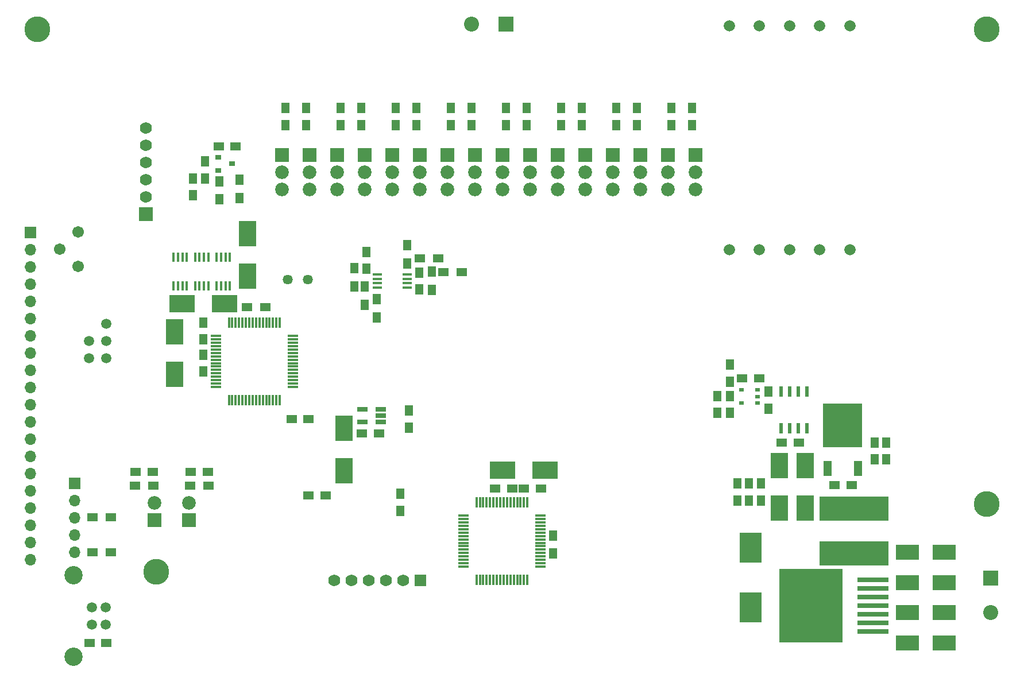
<source format=gbr>
G04 #@! TF.FileFunction,Soldermask,Bot*
%FSLAX46Y46*%
G04 Gerber Fmt 4.6, Leading zero omitted, Abs format (unit mm)*
G04 Created by KiCad (PCBNEW 4.0.7) date 11/25/17 11:10:42*
%MOMM*%
%LPD*%
G01*
G04 APERTURE LIST*
%ADD10C,0.100000*%
%ADD11R,1.500000X0.300000*%
%ADD12R,0.300000X1.500000*%
%ADD13R,1.700000X1.700000*%
%ADD14O,1.700000X1.700000*%
%ADD15R,3.500000X2.300000*%
%ADD16R,10.160000X3.556000*%
%ADD17R,2.500000X3.750000*%
%ADD18R,1.250000X1.500000*%
%ADD19R,1.500000X1.250000*%
%ADD20R,3.750000X2.500000*%
%ADD21R,3.300000X4.500000*%
%ADD22R,2.216000X2.216000*%
%ADD23C,2.216000*%
%ADD24R,2.016000X2.016000*%
%ADD25C,1.762000*%
%ADD26R,1.762000X1.762000*%
%ADD27C,1.462000*%
%ADD28C,1.716000*%
%ADD29C,2.016000*%
%ADD30R,1.300000X1.500000*%
%ADD31R,1.500000X1.300000*%
%ADD32C,1.662000*%
%ADD33C,1.500000*%
%ADD34R,4.600000X0.800000*%
%ADD35R,9.400000X10.800000*%
%ADD36R,1.200000X2.200000*%
%ADD37R,5.800000X6.400000*%
%ADD38R,0.600000X1.550000*%
%ADD39R,0.700000X0.510000*%
%ADD40R,0.400000X1.350000*%
%ADD41R,1.450000X0.450000*%
%ADD42C,1.520000*%
%ADD43C,2.700000*%
%ADD44R,0.900000X0.800000*%
%ADD45R,1.560000X0.650000*%
%ADD46C,3.800000*%
G04 APERTURE END LIST*
D10*
D11*
X139200000Y-121745000D03*
X139200000Y-122245000D03*
X139200000Y-122745000D03*
X139200000Y-123245000D03*
X139200000Y-123745000D03*
X139200000Y-124245000D03*
X139200000Y-124745000D03*
X139200000Y-125245000D03*
X139200000Y-125745000D03*
X139200000Y-126245000D03*
X139200000Y-126745000D03*
X139200000Y-127245000D03*
X139200000Y-127745000D03*
X139200000Y-128245000D03*
X139200000Y-128745000D03*
X139200000Y-129245000D03*
D12*
X137250000Y-131195000D03*
X136750000Y-131195000D03*
X136250000Y-131195000D03*
X135750000Y-131195000D03*
X135250000Y-131195000D03*
X134750000Y-131195000D03*
X134250000Y-131195000D03*
X133750000Y-131195000D03*
X133250000Y-131195000D03*
X132750000Y-131195000D03*
X132250000Y-131195000D03*
X131750000Y-131195000D03*
X131250000Y-131195000D03*
X130750000Y-131195000D03*
X130250000Y-131195000D03*
X129750000Y-131195000D03*
D11*
X127800000Y-129245000D03*
X127800000Y-128745000D03*
X127800000Y-128245000D03*
X127800000Y-127745000D03*
X127800000Y-127245000D03*
X127800000Y-126745000D03*
X127800000Y-126245000D03*
X127800000Y-125745000D03*
X127800000Y-125245000D03*
X127800000Y-124745000D03*
X127800000Y-124245000D03*
X127800000Y-123745000D03*
X127800000Y-123245000D03*
X127800000Y-122745000D03*
X127800000Y-122245000D03*
X127800000Y-121745000D03*
D12*
X129750000Y-119795000D03*
X130250000Y-119795000D03*
X130750000Y-119795000D03*
X131250000Y-119795000D03*
X131750000Y-119795000D03*
X132250000Y-119795000D03*
X132750000Y-119795000D03*
X133250000Y-119795000D03*
X133750000Y-119795000D03*
X134250000Y-119795000D03*
X134750000Y-119795000D03*
X135250000Y-119795000D03*
X135750000Y-119795000D03*
X136250000Y-119795000D03*
X136750000Y-119795000D03*
X137250000Y-119795000D03*
D13*
X64000000Y-80000000D03*
D14*
X64000000Y-82540000D03*
X64000000Y-85080000D03*
X64000000Y-87620000D03*
X64000000Y-90160000D03*
X64000000Y-92700000D03*
X64000000Y-95240000D03*
X64000000Y-97780000D03*
X64000000Y-100320000D03*
X64000000Y-102860000D03*
X64000000Y-105400000D03*
X64000000Y-107940000D03*
X64000000Y-110480000D03*
X64000000Y-113020000D03*
X64000000Y-115560000D03*
X64000000Y-118100000D03*
X64000000Y-120640000D03*
X64000000Y-123180000D03*
X64000000Y-125720000D03*
X64000000Y-128260000D03*
D15*
X198715000Y-136060000D03*
X193315000Y-136060000D03*
D16*
X185425000Y-127277000D03*
X185425000Y-120673000D03*
D15*
X193315000Y-131615000D03*
X198715000Y-131615000D03*
D17*
X178175000Y-120600000D03*
X178175000Y-114350000D03*
X174425000Y-120600000D03*
X174425000Y-114350000D03*
D18*
X169925000Y-119475000D03*
X169925000Y-116975000D03*
X171675000Y-119475000D03*
X171675000Y-116975000D03*
X168175000Y-119475000D03*
X168175000Y-116975000D03*
D19*
X182550000Y-117200000D03*
X185050000Y-117200000D03*
D18*
X188450000Y-110950000D03*
X188450000Y-113450000D03*
X190150000Y-110950000D03*
X190150000Y-113450000D03*
D19*
X177250000Y-111000000D03*
X174750000Y-111000000D03*
D18*
X172750000Y-105950000D03*
X172750000Y-103450000D03*
X165250000Y-104100000D03*
X165250000Y-106600000D03*
X167150000Y-106600000D03*
X167150000Y-104100000D03*
X167100000Y-99450000D03*
X167100000Y-101950000D03*
D19*
X168900000Y-101450000D03*
X171400000Y-101450000D03*
D17*
X96000000Y-86375000D03*
X96000000Y-80125000D03*
D18*
X121285000Y-88372000D03*
X121285000Y-85872000D03*
D19*
X112875000Y-109625000D03*
X115375000Y-109625000D03*
X102500000Y-107500000D03*
X105000000Y-107500000D03*
X107500000Y-118745000D03*
X105000000Y-118745000D03*
D18*
X118500000Y-118500000D03*
X118500000Y-121000000D03*
X119750000Y-106245000D03*
X119750000Y-108745000D03*
D19*
X136750000Y-117745000D03*
X139250000Y-117745000D03*
D18*
X89500000Y-95745000D03*
X89500000Y-93245000D03*
D19*
X135000000Y-117745000D03*
X132500000Y-117745000D03*
D18*
X89500000Y-97995000D03*
X89500000Y-100495000D03*
X113538000Y-82824000D03*
X113538000Y-85324000D03*
X87950000Y-72000000D03*
X87950000Y-74500000D03*
X89750000Y-69500000D03*
X89750000Y-72000000D03*
D19*
X91750000Y-67300000D03*
X94250000Y-67300000D03*
X82022000Y-115316000D03*
X79522000Y-115316000D03*
X87650000Y-115316000D03*
X90150000Y-115316000D03*
X75175000Y-140525000D03*
X72675000Y-140525000D03*
D20*
X139875000Y-115000000D03*
X133625000Y-115000000D03*
X92625000Y-90495000D03*
X86375000Y-90495000D03*
D17*
X85250000Y-94620000D03*
X85250000Y-100870000D03*
D18*
X161544000Y-61615000D03*
X161544000Y-64115000D03*
X158496000Y-61615000D03*
X158496000Y-64115000D03*
X153416000Y-61615000D03*
X153416000Y-64115000D03*
X150368000Y-61615000D03*
X150368000Y-64115000D03*
X145288000Y-61615000D03*
X145288000Y-64115000D03*
X142240000Y-61615000D03*
X142240000Y-64115000D03*
X137160000Y-61615000D03*
X137160000Y-64115000D03*
X134112000Y-61615000D03*
X134112000Y-64115000D03*
X129032000Y-61615000D03*
X129032000Y-64115000D03*
X125984000Y-61615000D03*
X125984000Y-64115000D03*
X120904000Y-61615000D03*
X120904000Y-64115000D03*
X117856000Y-61615000D03*
X117856000Y-64115000D03*
X112776000Y-61615000D03*
X112776000Y-64115000D03*
X109728000Y-61615000D03*
X109728000Y-64115000D03*
X104648000Y-61615000D03*
X104648000Y-64115000D03*
D15*
X198715000Y-127170000D03*
X193315000Y-127170000D03*
X193315000Y-140505000D03*
X198715000Y-140505000D03*
D21*
X170125000Y-126475000D03*
X170125000Y-135275000D03*
D22*
X205540000Y-130980000D03*
D23*
X205540000Y-136060000D03*
D24*
X81000000Y-77250000D03*
D25*
X81000000Y-74710000D03*
X81000000Y-72170000D03*
X81000000Y-69630000D03*
X81000000Y-67090000D03*
X81000000Y-64550000D03*
D26*
X121500000Y-131245000D03*
D25*
X118960000Y-131245000D03*
X116420000Y-131245000D03*
X113880000Y-131245000D03*
X111340000Y-131245000D03*
X108800000Y-131245000D03*
D22*
X134112000Y-49276000D03*
D23*
X129032000Y-49276000D03*
D27*
X104900000Y-86900000D03*
X101900000Y-86900000D03*
D28*
X71000000Y-85000000D03*
X68333000Y-82460000D03*
X71000000Y-79920000D03*
D24*
X162052000Y-68580000D03*
D29*
X162052000Y-71120000D03*
X162052000Y-73660000D03*
D24*
X157988000Y-68580000D03*
D29*
X157988000Y-71120000D03*
X157988000Y-73660000D03*
D24*
X153924000Y-68580000D03*
D29*
X153924000Y-71120000D03*
X153924000Y-73660000D03*
D24*
X149860000Y-68580000D03*
D29*
X149860000Y-71120000D03*
X149860000Y-73660000D03*
D24*
X145796000Y-68580000D03*
D29*
X145796000Y-71120000D03*
X145796000Y-73660000D03*
D24*
X141732000Y-68580000D03*
D29*
X141732000Y-71120000D03*
X141732000Y-73660000D03*
D24*
X137668000Y-68580000D03*
D29*
X137668000Y-71120000D03*
X137668000Y-73660000D03*
D24*
X133604000Y-68580000D03*
D29*
X133604000Y-71120000D03*
X133604000Y-73660000D03*
D24*
X129540000Y-68580000D03*
D29*
X129540000Y-71120000D03*
X129540000Y-73660000D03*
D24*
X125476000Y-68580000D03*
D29*
X125476000Y-71120000D03*
X125476000Y-73660000D03*
D24*
X121412000Y-68580000D03*
D29*
X121412000Y-71120000D03*
X121412000Y-73660000D03*
D24*
X117348000Y-68580000D03*
D29*
X117348000Y-71120000D03*
X117348000Y-73660000D03*
D24*
X113284000Y-68580000D03*
D29*
X113284000Y-71120000D03*
X113284000Y-73660000D03*
D24*
X109220000Y-68580000D03*
D29*
X109220000Y-71120000D03*
X109220000Y-73660000D03*
D24*
X105156000Y-68580000D03*
D29*
X105156000Y-71120000D03*
X105156000Y-73660000D03*
D24*
X101092000Y-68580000D03*
D29*
X101092000Y-71120000D03*
X101092000Y-73660000D03*
D30*
X91850000Y-75100000D03*
X91850000Y-72400000D03*
D31*
X82122000Y-117348000D03*
X79422000Y-117348000D03*
X87550000Y-117348000D03*
X90250000Y-117348000D03*
X75850000Y-122000000D03*
X73150000Y-122000000D03*
X75850000Y-127150000D03*
X73150000Y-127150000D03*
D30*
X141000000Y-124645000D03*
X141000000Y-127345000D03*
D31*
X95900000Y-91000000D03*
X98600000Y-91000000D03*
D30*
X123190000Y-88472000D03*
X123190000Y-85772000D03*
D31*
X124888000Y-85852000D03*
X127588000Y-85852000D03*
D30*
X119507000Y-81835000D03*
X119507000Y-84535000D03*
D31*
X121400000Y-83750000D03*
X124100000Y-83750000D03*
D30*
X115062000Y-89836000D03*
X115062000Y-92536000D03*
X113284000Y-90631000D03*
X113284000Y-87931000D03*
X111760000Y-87964000D03*
X111760000Y-85264000D03*
D32*
X167005000Y-82550000D03*
X167005000Y-49530000D03*
X171450000Y-82550000D03*
X171450000Y-49530000D03*
X175895000Y-82550000D03*
X175895000Y-49530000D03*
X180340000Y-82550000D03*
X180340000Y-49530000D03*
X184785000Y-82550000D03*
X184785000Y-49530000D03*
D30*
X94850000Y-74900000D03*
X94850000Y-72200000D03*
D24*
X82296000Y-122428000D03*
D29*
X82296000Y-119888000D03*
D24*
X87376000Y-122428000D03*
D29*
X87376000Y-119888000D03*
D33*
X75184000Y-93472000D03*
X72644000Y-96012000D03*
X75184000Y-98552000D03*
X72644000Y-98552000D03*
X75184000Y-96012000D03*
D34*
X188200000Y-131165000D03*
X188200000Y-132435000D03*
X188200000Y-133705000D03*
X188200000Y-134975000D03*
X188200000Y-136245000D03*
X188200000Y-137515000D03*
X188200000Y-138785000D03*
D35*
X179050000Y-134975000D03*
D36*
X186030000Y-114750000D03*
X181470000Y-114750000D03*
D37*
X183750000Y-108450000D03*
D38*
X178455000Y-108850000D03*
X177185000Y-108850000D03*
X175915000Y-108850000D03*
X174645000Y-108850000D03*
X174645000Y-103450000D03*
X175915000Y-103450000D03*
X177185000Y-103450000D03*
X178455000Y-103450000D03*
D39*
X171160000Y-103200000D03*
X171160000Y-104150000D03*
X171160000Y-105100000D03*
X168840000Y-105100000D03*
X168840000Y-103200000D03*
D40*
X91440000Y-83575000D03*
X92090000Y-83575000D03*
X92740000Y-83575000D03*
X93390000Y-83575000D03*
X93390000Y-87875000D03*
X92740000Y-87875000D03*
X92090000Y-87875000D03*
X91440000Y-87875000D03*
X88265000Y-83575000D03*
X88915000Y-83575000D03*
X89565000Y-83575000D03*
X90215000Y-83575000D03*
X90215000Y-87875000D03*
X89565000Y-87875000D03*
X88915000Y-87875000D03*
X88265000Y-87875000D03*
X85090000Y-83575000D03*
X85740000Y-83575000D03*
X86390000Y-83575000D03*
X87040000Y-83575000D03*
X87040000Y-87875000D03*
X86390000Y-87875000D03*
X85740000Y-87875000D03*
X85090000Y-87875000D03*
D12*
X93250000Y-93295000D03*
X93750000Y-93295000D03*
X94250000Y-93295000D03*
X94750000Y-93295000D03*
X95250000Y-93295000D03*
X95750000Y-93295000D03*
X96250000Y-93295000D03*
X96750000Y-93295000D03*
X97250000Y-93295000D03*
X97750000Y-93295000D03*
X98250000Y-93295000D03*
X98750000Y-93295000D03*
X99250000Y-93295000D03*
X99750000Y-93295000D03*
X100250000Y-93295000D03*
X100750000Y-93295000D03*
D11*
X102700000Y-95245000D03*
X102700000Y-95745000D03*
X102700000Y-96245000D03*
X102700000Y-96745000D03*
X102700000Y-97245000D03*
X102700000Y-97745000D03*
X102700000Y-98245000D03*
X102700000Y-98745000D03*
X102700000Y-99245000D03*
X102700000Y-99745000D03*
X102700000Y-100245000D03*
X102700000Y-100745000D03*
X102700000Y-101245000D03*
X102700000Y-101745000D03*
X102700000Y-102245000D03*
X102700000Y-102745000D03*
D12*
X100750000Y-104695000D03*
X100250000Y-104695000D03*
X99750000Y-104695000D03*
X99250000Y-104695000D03*
X98750000Y-104695000D03*
X98250000Y-104695000D03*
X97750000Y-104695000D03*
X97250000Y-104695000D03*
X96750000Y-104695000D03*
X96250000Y-104695000D03*
X95750000Y-104695000D03*
X95250000Y-104695000D03*
X94750000Y-104695000D03*
X94250000Y-104695000D03*
X93750000Y-104695000D03*
X93250000Y-104695000D03*
D11*
X91300000Y-102745000D03*
X91300000Y-102245000D03*
X91300000Y-101745000D03*
X91300000Y-101245000D03*
X91300000Y-100745000D03*
X91300000Y-100245000D03*
X91300000Y-99745000D03*
X91300000Y-99245000D03*
X91300000Y-98745000D03*
X91300000Y-98245000D03*
X91300000Y-97745000D03*
X91300000Y-97245000D03*
X91300000Y-96745000D03*
X91300000Y-96245000D03*
X91300000Y-95745000D03*
X91300000Y-95245000D03*
D41*
X115148000Y-88097000D03*
X115148000Y-87447000D03*
X115148000Y-86797000D03*
X115148000Y-86147000D03*
X119548000Y-86147000D03*
X119548000Y-86797000D03*
X119548000Y-87447000D03*
X119548000Y-88097000D03*
D42*
X75057000Y-135255000D03*
X75057000Y-137795000D03*
X73057000Y-137795000D03*
X73057000Y-135255000D03*
D43*
X70357000Y-130525000D03*
X70357000Y-142525000D03*
D44*
X91700000Y-70800000D03*
X91700000Y-68900000D03*
X93700000Y-69850000D03*
D18*
X101600000Y-61615000D03*
X101600000Y-64115000D03*
D45*
X115600000Y-106050000D03*
X115600000Y-107000000D03*
X115600000Y-107950000D03*
X112900000Y-107950000D03*
X112900000Y-106050000D03*
D17*
X110250000Y-115120000D03*
X110250000Y-108870000D03*
D13*
X70500000Y-117000000D03*
D14*
X70500000Y-119540000D03*
X70500000Y-122080000D03*
X70500000Y-124620000D03*
X70500000Y-127160000D03*
D46*
X205000000Y-50000000D03*
X65000000Y-50000000D03*
X82500000Y-130000000D03*
X205000000Y-120000000D03*
M02*

</source>
